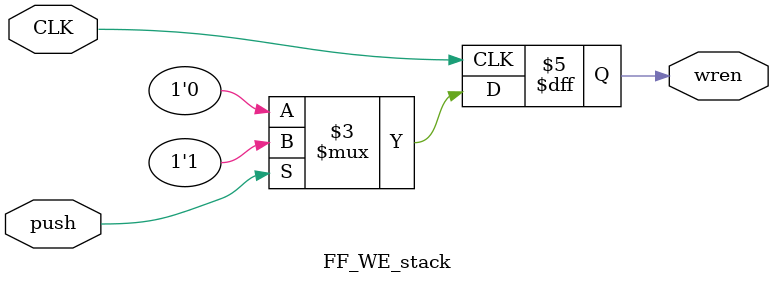
<source format=v>
module FF_WE_stack(CLK,
						 push,
                   wren
						 );
input CLK;
input push;
output reg wren;

always @ (posedge CLK) begin
	if(push)
		wren = 1;
	else
		wren = 0;
end

endmodule
</source>
